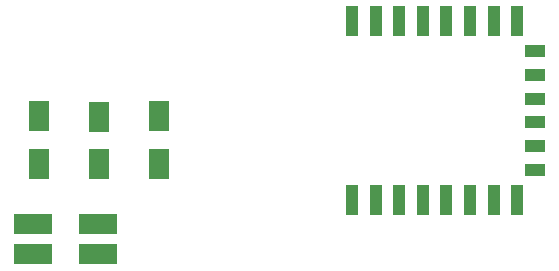
<source format=gbr>
%TF.GenerationSoftware,KiCad,Pcbnew,5.1.6-c6e7f7d~87~ubuntu18.04.1*%
%TF.CreationDate,2020-09-18T00:52:06+02:00*%
%TF.ProjectId,airpcb_smd,61697270-6362-45f7-936d-642e6b696361,rev?*%
%TF.SameCoordinates,Original*%
%TF.FileFunction,Paste,Top*%
%TF.FilePolarity,Positive*%
%FSLAX46Y46*%
G04 Gerber Fmt 4.6, Leading zero omitted, Abs format (unit mm)*
G04 Created by KiCad (PCBNEW 5.1.6-c6e7f7d~87~ubuntu18.04.1) date 2020-09-18 00:52:06*
%MOMM*%
%LPD*%
G01*
G04 APERTURE LIST*
%ADD10R,1.000000X2.500000*%
%ADD11R,1.800000X1.000000*%
%ADD12R,1.800000X2.500000*%
%ADD13R,3.300000X1.700000*%
G04 APERTURE END LIST*
D10*
%TO.C,U4*%
X83114000Y-19578000D03*
X85114000Y-19578000D03*
X87114000Y-19578000D03*
X89114000Y-19578000D03*
X91114000Y-19578000D03*
X93114000Y-19578000D03*
X95114000Y-19578000D03*
X97114000Y-19578000D03*
D11*
X98614000Y-22178000D03*
X98614000Y-24178000D03*
X98614000Y-26178000D03*
X98614000Y-28178000D03*
X98614000Y-30178000D03*
X98614000Y-32178000D03*
D10*
X97114000Y-34778000D03*
X95114000Y-34778000D03*
X93114000Y-34778000D03*
X91114000Y-34778000D03*
X89114000Y-34778000D03*
X87114000Y-34778000D03*
X85114000Y-34778000D03*
X83114000Y-34778000D03*
%TD*%
D12*
%TO.C,D2*%
X56642000Y-31686000D03*
X56642000Y-27686000D03*
%TD*%
%TO.C,D4*%
X61722000Y-27718000D03*
X61722000Y-31718000D03*
%TD*%
%TO.C,D5*%
X66802000Y-27686000D03*
X66802000Y-31686000D03*
%TD*%
D13*
%TO.C,D1*%
X56095000Y-36830000D03*
X61595000Y-36830000D03*
%TD*%
%TO.C,D3*%
X61595000Y-39370000D03*
X56095000Y-39370000D03*
%TD*%
M02*

</source>
